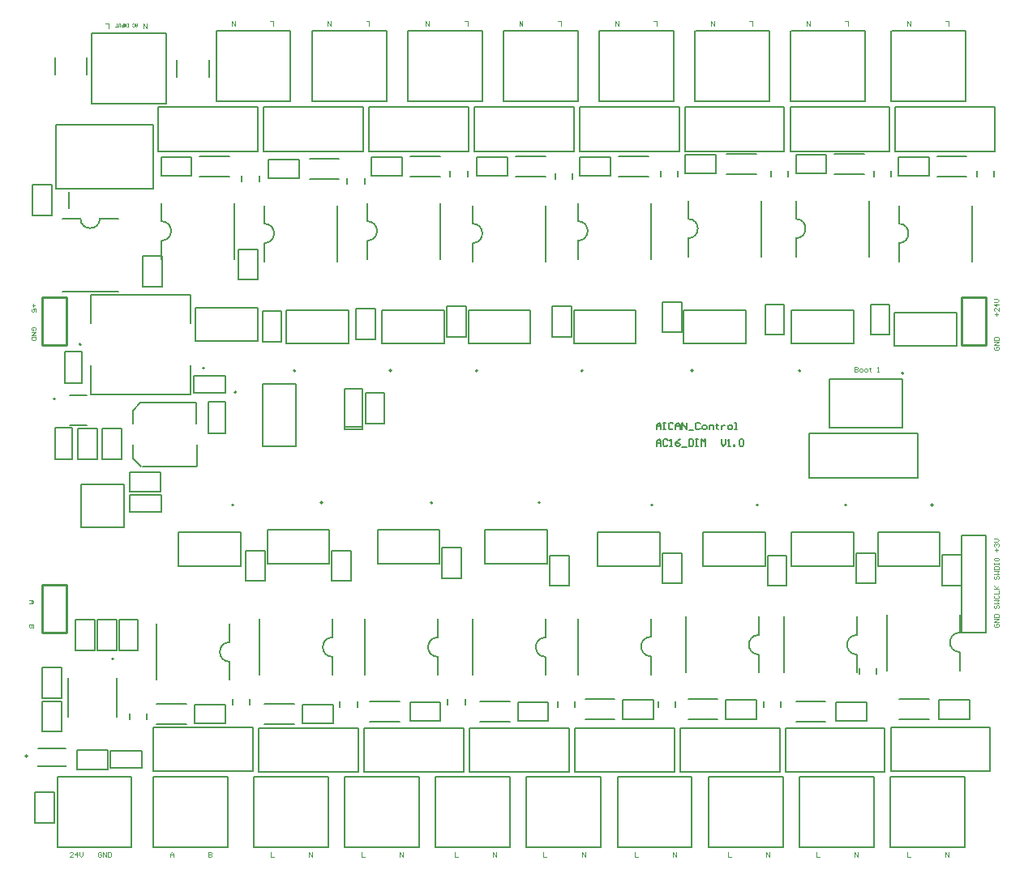
<source format=gto>
G04*
G04 #@! TF.GenerationSoftware,Altium Limited,Altium Designer,22.7.1 (60)*
G04*
G04 Layer_Color=65535*
%FSLAX44Y44*%
%MOMM*%
G71*
G04*
G04 #@! TF.SameCoordinates,58864457-2C57-4B72-ACF9-2A768CBF14AA*
G04*
G04*
G04 #@! TF.FilePolarity,Positive*
G04*
G01*
G75*
%ADD10C,0.2000*%
%ADD11C,0.1524*%
%ADD12C,0.1270*%
%ADD13C,0.2540*%
%ADD14C,0.1500*%
%ADD15C,0.0700*%
%ADD16C,0.1000*%
D10*
X102082Y210386D02*
G03*
X102082Y210386I-1000J0D01*
G01*
X665000Y371000D02*
G03*
X665000Y371000I-1000J0D01*
G01*
X392000Y511500D02*
G03*
X392000Y511500I-1000J0D01*
G01*
X775000Y371000D02*
G03*
X775000Y371000I-1000J0D01*
G01*
X482000Y511500D02*
G03*
X482000Y511500I-1000J0D01*
G01*
X227500Y371000D02*
G03*
X227500Y371000I-1000J0D01*
G01*
X867500D02*
G03*
X867500Y371000I-1000J0D01*
G01*
X592000Y511500D02*
G03*
X592000Y511500I-1000J0D01*
G01*
X320000Y373500D02*
G03*
X320000Y373500I-1000J0D01*
G01*
X707000Y511500D02*
G03*
X707000Y511500I-1000J0D01*
G01*
X957500Y371000D02*
G03*
X957500Y371000I-1000J0D01*
G01*
X819500Y511500D02*
G03*
X819500Y511500I-1000J0D01*
G01*
X197000Y514000D02*
G03*
X197000Y514000I-1000J0D01*
G01*
X435000Y373500D02*
G03*
X435000Y373500I-1000J0D01*
G01*
X547500D02*
G03*
X547500Y373500I-1000J0D01*
G01*
X292000Y511500D02*
G03*
X292000Y511500I-1000J0D01*
G01*
X927000Y509000D02*
G03*
X927000Y509000I-1000J0D01*
G01*
X11830Y108516D02*
G03*
X11830Y108516I-1000J0D01*
G01*
X41000Y482000D02*
G03*
X41000Y482000I-1000J0D01*
G01*
X68000Y539000D02*
G03*
X68000Y539000I-1000J0D01*
G01*
X230000Y489000D02*
G03*
X230000Y489000I-1000J0D01*
G01*
X17500Y674000D02*
Y706000D01*
Y674000D02*
X37500D01*
Y706000D01*
X17500D02*
X37500D01*
X355000Y576000D02*
X375000D01*
Y544000D02*
Y576000D01*
X355000Y544000D02*
X375000D01*
X355000D02*
Y576000D01*
X403500Y715000D02*
Y735000D01*
X371500Y715000D02*
X403500D01*
X371500D02*
Y735000D01*
X403500D01*
X675000Y289000D02*
X695000D01*
X675000D02*
Y321000D01*
X695000D01*
Y289000D02*
Y321000D01*
X132500Y599000D02*
X152500D01*
X132500D02*
Y631000D01*
X152500D01*
Y599000D02*
Y631000D01*
X634000Y147500D02*
Y167500D01*
X666000D01*
Y147500D02*
Y167500D01*
X634000Y147500D02*
X666000D01*
X55750Y681000D02*
Y698000D01*
X41500Y701500D02*
X143500D01*
Y768500D01*
X41500D02*
X143500D01*
X41500Y701500D02*
Y768500D01*
X741500Y147500D02*
Y167500D01*
X773500D01*
Y147500D02*
Y167500D01*
X741500Y147500D02*
X773500D01*
X513500Y715000D02*
Y735000D01*
X481500Y715000D02*
X513500D01*
X481500D02*
Y735000D01*
X513500D01*
X785000Y286500D02*
X805000D01*
X785000D02*
Y318500D01*
X805000D01*
Y286500D02*
Y318500D01*
X186500Y142500D02*
Y162500D01*
X218500D01*
Y142500D02*
Y162500D01*
X186500Y142500D02*
X218500D01*
X450000Y578500D02*
X470000D01*
Y546500D02*
Y578500D01*
X450000Y546500D02*
X470000D01*
X450000D02*
Y578500D01*
X856500Y145000D02*
Y165000D01*
X888500D01*
Y145000D02*
Y165000D01*
X856500Y145000D02*
X888500D01*
X620500Y715000D02*
Y735000D01*
X588500Y715000D02*
X620500D01*
X588500D02*
Y735000D01*
X620500D01*
X299000Y142500D02*
Y162500D01*
X331000D01*
Y142500D02*
Y162500D01*
X299000Y142500D02*
X331000D01*
X240000Y291500D02*
X260000D01*
X240000D02*
Y323500D01*
X260000D01*
Y291500D02*
Y323500D01*
X731000Y717500D02*
Y737500D01*
X699000Y717500D02*
X731000D01*
X699000D02*
Y737500D01*
X731000D01*
X877500Y289000D02*
X897500D01*
X877500D02*
Y321000D01*
X897500D01*
Y289000D02*
Y321000D01*
X964000Y147500D02*
Y167500D01*
X996000D01*
Y147500D02*
Y167500D01*
X964000Y147500D02*
X996000D01*
X560000Y578500D02*
X580000D01*
Y546500D02*
Y578500D01*
X560000Y546500D02*
X580000D01*
X560000D02*
Y578500D01*
X411500Y145000D02*
Y165000D01*
X443500D01*
Y145000D02*
Y165000D01*
X411500Y145000D02*
X443500D01*
X183500Y715000D02*
Y735000D01*
X151500Y715000D02*
X183500D01*
X151500D02*
Y735000D01*
X183500D01*
X846500Y717500D02*
Y737500D01*
X814500Y717500D02*
X846500D01*
X814500D02*
Y737500D01*
X846500D01*
X524000Y145000D02*
Y165000D01*
X556000D01*
Y145000D02*
Y165000D01*
X524000Y145000D02*
X556000D01*
X330000Y291500D02*
X350000D01*
X330000D02*
Y323500D01*
X350000D01*
Y291500D02*
Y323500D01*
X675000Y583500D02*
X695000D01*
Y551500D02*
Y583500D01*
X675000Y551500D02*
X695000D01*
X675000D02*
Y583500D01*
X295500Y712500D02*
Y732500D01*
X263500Y712500D02*
X295500D01*
X263500D02*
Y732500D01*
X295500D01*
X953500Y715000D02*
Y735000D01*
X921500Y715000D02*
X953500D01*
X921500D02*
Y735000D01*
X953500D01*
X967500Y287000D02*
X987500D01*
X967500D02*
Y319000D01*
X987500D01*
Y287000D02*
Y319000D01*
X782500Y581000D02*
X802500D01*
Y549000D02*
Y581000D01*
X782500Y549000D02*
X802500D01*
X782500D02*
Y581000D01*
X232500Y638500D02*
X252500D01*
Y606500D02*
Y638500D01*
X232500Y606500D02*
X252500D01*
X232500D02*
Y638500D01*
X445000Y294500D02*
X465000D01*
X445000D02*
Y326500D01*
X465000D01*
Y294500D02*
Y326500D01*
X557500Y286500D02*
X577500D01*
X557500D02*
Y318500D01*
X577500D01*
Y286500D02*
Y318500D01*
X257500Y573500D02*
X277500D01*
Y541500D02*
Y573500D01*
X257500Y541500D02*
X277500D01*
X257500D02*
Y573500D01*
X892500Y581000D02*
X912500D01*
Y549000D02*
Y581000D01*
X892500Y549000D02*
X912500D01*
X892500D02*
Y581000D01*
X361500Y450000D02*
Y452750D01*
X343250Y450000D02*
Y452750D01*
Y450000D02*
X361500D01*
X343250Y452750D02*
Y492250D01*
X361500D01*
Y452750D02*
Y492250D01*
X343250Y452750D02*
X361500D01*
X365000Y456500D02*
X385000D01*
X365000D02*
Y488500D01*
X385000D01*
Y456500D02*
Y488500D01*
X20000Y71000D02*
X40000D01*
Y39000D02*
Y71000D01*
X20000Y39000D02*
X40000D01*
X20000D02*
Y71000D01*
X51110Y498490D02*
X68890D01*
X51110D02*
Y531510D01*
X68890D01*
Y498490D02*
Y531510D01*
X78000Y561000D02*
Y591000D01*
X182000D01*
Y561000D02*
Y591000D01*
X78000Y487000D02*
Y517000D01*
Y487000D02*
X182000D01*
Y517000D01*
X828000Y399000D02*
X942000D01*
Y446000D01*
X828000D02*
X942000D01*
X828000Y399000D02*
Y446000D01*
X41110Y451510D02*
X58890D01*
Y418490D02*
Y451510D01*
X41110Y418490D02*
X58890D01*
X41110D02*
Y451510D01*
X90000Y451000D02*
X110000D01*
Y419000D02*
Y451000D01*
X90000Y419000D02*
X110000D01*
X90000D02*
Y451000D01*
X132000Y478000D02*
X188000D01*
Y456000D02*
Y478000D01*
X189000Y412000D02*
X189000Y434000D01*
X188000Y411000D02*
X189000Y412000D01*
X132000Y411000D02*
X188000D01*
X122000Y420000D02*
X131000Y411000D01*
X122000Y470000D02*
X130000Y478000D01*
X132000D01*
X122000Y456000D02*
Y470000D01*
Y420000D02*
Y434000D01*
X65000Y451000D02*
X85000D01*
Y419000D02*
Y451000D01*
X65000Y419000D02*
X85000D01*
X65000D02*
Y451000D01*
X185990Y488610D02*
Y506390D01*
X219010Y506390D01*
Y488610D02*
Y506390D01*
X185990Y488610D02*
X219010Y488610D01*
X201110Y479010D02*
X218890D01*
X218890Y445990D02*
X218890Y479010D01*
X201110Y445990D02*
X218890D01*
X201110Y479010D02*
X201110Y445990D01*
X27500Y169000D02*
X47500D01*
X27500D02*
Y201000D01*
X47500D01*
Y169000D02*
Y201000D01*
X107500Y219000D02*
X127500D01*
X107500D02*
Y251000D01*
X127500D01*
Y219000D02*
Y251000D01*
X85000Y219000D02*
X105000D01*
X85000D02*
Y251000D01*
X105000D01*
Y219000D02*
Y251000D01*
X62500Y219000D02*
X82500D01*
X62500D02*
Y251000D01*
X82500D01*
Y219000D02*
Y251000D01*
X131510Y96110D02*
Y113890D01*
X98490Y96110D02*
X131510D01*
X98490D02*
Y113890D01*
X131510D01*
X67750Y347750D02*
Y392500D01*
X112500D01*
Y347500D02*
Y392500D01*
X112250Y347750D02*
X112500Y347500D01*
X67750Y347750D02*
X112250D01*
X27500Y166000D02*
X47500D01*
Y134000D02*
Y166000D01*
X27500Y134000D02*
X47500D01*
X27500D02*
Y166000D01*
X849400Y471150D02*
Y502900D01*
Y452100D02*
Y483850D01*
Y452100D02*
X925600D01*
Y502900D01*
X849400D02*
X925600D01*
X96000Y95000D02*
Y115000D01*
X64000Y95000D02*
X96000D01*
X64000D02*
Y115000D01*
X96000D01*
X151510Y363610D02*
Y381390D01*
X118490Y363610D02*
X151510D01*
X118490D02*
Y381390D01*
X151510D01*
X119000Y385000D02*
Y405000D01*
X151000D01*
Y385000D02*
Y405000D01*
X119000Y385000D02*
X151000D01*
D11*
X440600Y232660D02*
G03*
X440600Y212340I0J-10160D01*
G01*
X366900Y647340D02*
G03*
X366900Y667660I0J10160D01*
G01*
X663100Y233260D02*
G03*
X663100Y212940I0J-10160D01*
G01*
X67340Y670600D02*
G03*
X87660Y670600I10160J0D01*
G01*
X775600Y235160D02*
G03*
X775600Y214840I0J-10160D01*
G01*
X476900Y644840D02*
G03*
X476900Y665160I0J10160D01*
G01*
X223100Y227660D02*
G03*
X223100Y207340I0J-10160D01*
G01*
X878100Y235160D02*
G03*
X878100Y214840I0J-10160D01*
G01*
X586900Y647340D02*
G03*
X586900Y667660I0J10160D01*
G01*
X330600Y232660D02*
G03*
X330600Y212340I0J-10160D01*
G01*
X701900Y649840D02*
G03*
X701900Y670160I0J10160D01*
G01*
X985600Y237660D02*
G03*
X985600Y217340I0J-10160D01*
G01*
X151900Y647340D02*
G03*
X151900Y667660I0J10160D01*
G01*
X814400Y649840D02*
G03*
X814400Y670160I0J10160D01*
G01*
X553100Y232660D02*
G03*
X553100Y212340I0J-10160D01*
G01*
X259400Y644840D02*
G03*
X259400Y665160I0J10160D01*
G01*
X921900Y644840D02*
G03*
X921900Y665160I0J10160D01*
G01*
X364400Y193290D02*
Y251710D01*
X440600Y193290D02*
Y212340D01*
Y232660D02*
Y251710D01*
X366900Y628290D02*
Y647340D01*
Y667660D02*
Y686710D01*
X443100Y628290D02*
Y686710D01*
X586900Y193890D02*
Y252310D01*
X663100Y193890D02*
Y212940D01*
Y233260D02*
Y252310D01*
X48290Y670600D02*
X67340D01*
X87660D02*
X106710D01*
X48290Y594400D02*
X106710D01*
X699400Y195790D02*
Y254210D01*
X775600Y195790D02*
Y214840D01*
Y235160D02*
Y254210D01*
X476900Y625790D02*
Y644840D01*
Y665160D02*
Y684210D01*
X553100Y625790D02*
Y684210D01*
X146900Y188290D02*
Y246710D01*
X223100Y188290D02*
Y207340D01*
Y227660D02*
Y246710D01*
X878100Y235160D02*
Y254210D01*
Y195790D02*
Y214840D01*
X801900Y195790D02*
Y254210D01*
X663100Y628290D02*
Y686710D01*
X586900Y667660D02*
Y686710D01*
Y628290D02*
Y647340D01*
X330600Y232660D02*
Y251710D01*
Y193290D02*
Y212340D01*
X254400Y193290D02*
Y251710D01*
X778100Y630790D02*
Y689210D01*
X701900Y670160D02*
Y689210D01*
Y630790D02*
Y649840D01*
X985600Y237660D02*
Y256710D01*
Y198290D02*
Y217340D01*
X909400Y198290D02*
Y256710D01*
X151900Y628290D02*
Y647340D01*
Y667660D02*
Y686710D01*
X228100Y628290D02*
Y686710D01*
X890600Y630790D02*
Y689210D01*
X814400Y670160D02*
Y689210D01*
Y630790D02*
Y649840D01*
X553100Y232660D02*
Y251710D01*
Y193290D02*
Y212340D01*
X476900Y193290D02*
Y251710D01*
X335600Y625790D02*
Y684210D01*
X259400Y665160D02*
Y684210D01*
Y625790D02*
Y644840D01*
X921900Y625790D02*
Y644840D01*
Y665160D02*
Y684210D01*
X998100Y625790D02*
Y684210D01*
D12*
X54750Y150000D02*
Y190000D01*
X105250Y150000D02*
Y190000D01*
X672500Y307500D02*
Y342500D01*
X607500Y307500D02*
X672500D01*
X607500D02*
Y342500D01*
X672500D01*
X854500Y738150D02*
X885500D01*
X854500Y716850D02*
X885500D01*
X192000Y735650D02*
X223000D01*
X192000Y714350D02*
X223000D01*
X369500Y144350D02*
X400500D01*
X369500Y165650D02*
X400500D01*
X484500Y144350D02*
X515500D01*
X484500Y165650D02*
X515500D01*
X962000Y735650D02*
X993000D01*
X962000Y714350D02*
X993000D01*
X306650Y733150D02*
X337650D01*
X306650Y711850D02*
X337650D01*
X922400Y146850D02*
X953400D01*
X922400Y168150D02*
X953400D01*
X742000Y738150D02*
X773000D01*
X742000Y716850D02*
X773000D01*
X629500Y735650D02*
X660500D01*
X629500Y714350D02*
X660500D01*
X814500Y144350D02*
X845500D01*
X814500Y165650D02*
X845500D01*
X522000Y735650D02*
X553000D01*
X522000Y714350D02*
X553000D01*
X702000Y146850D02*
X733000D01*
X702000Y168150D02*
X733000D01*
X594500Y146850D02*
X625500D01*
X594500Y168150D02*
X625500D01*
X412000Y735650D02*
X443000D01*
X412000Y714350D02*
X443000D01*
X259500Y141850D02*
X290500D01*
X259500Y163150D02*
X290500D01*
X147000Y141850D02*
X178000D01*
X147000Y163150D02*
X178000D01*
X168200Y818500D02*
Y836500D01*
X201800Y818500D02*
Y836500D01*
X1021500Y714600D02*
Y720400D01*
X1003500Y714600D02*
Y720400D01*
X364000Y707100D02*
Y712900D01*
X346000Y707100D02*
Y712900D01*
X451000Y162100D02*
Y167900D01*
X469000Y162100D02*
Y167900D01*
X914000Y714600D02*
Y720400D01*
X896000Y714600D02*
Y720400D01*
X254000Y709600D02*
Y715400D01*
X236000Y709600D02*
Y715400D01*
X338500Y159600D02*
Y165400D01*
X356500Y159600D02*
Y165400D01*
X881000Y194600D02*
Y200400D01*
X899000Y194600D02*
Y200400D01*
X806500Y714600D02*
Y720400D01*
X788500Y714600D02*
Y720400D01*
X226000Y162100D02*
Y167900D01*
X244000Y162100D02*
Y167900D01*
X691500Y714600D02*
Y720400D01*
X673500Y714600D02*
Y720400D01*
X781000Y159600D02*
Y165400D01*
X799000Y159600D02*
Y165400D01*
X118500Y147100D02*
Y152900D01*
X136500Y147100D02*
Y152900D01*
X581500Y712100D02*
Y717900D01*
X563500Y712100D02*
Y717900D01*
X671000Y159600D02*
Y165400D01*
X689000Y159600D02*
Y165400D01*
X566000Y159600D02*
Y165400D01*
X584000Y159600D02*
Y165400D01*
X471500Y714600D02*
Y720400D01*
X453500Y714600D02*
Y720400D01*
X368500Y741000D02*
Y787000D01*
X472500D01*
X472500Y741000D01*
X368500D02*
X472500D01*
X583500Y138000D02*
X687500D01*
X583500D02*
X583500Y92000D01*
X687500D01*
Y138000D01*
X797500Y92000D02*
Y138000D01*
X693500Y92000D02*
X797500D01*
X693500Y138000D02*
X693500Y92000D01*
X693500Y138000D02*
X797500D01*
X478500Y741000D02*
X582500D01*
X582500Y787000D02*
X582500Y741000D01*
X478500Y787000D02*
X582500D01*
X478500Y741000D02*
Y787000D01*
X247500Y93000D02*
Y139000D01*
X143500Y93000D02*
X247500D01*
X143500D02*
Y139000D01*
X247500D01*
X803500Y138000D02*
X907500D01*
X803500D02*
X803500Y92000D01*
X907500D01*
Y138000D01*
X588500Y741000D02*
Y787000D01*
X692500D01*
X692500Y741000D01*
X588500D02*
X692500D01*
X253500Y138000D02*
X357500D01*
X253500Y92000D02*
Y138000D01*
Y92000D02*
X357500D01*
Y138000D01*
X698500Y741000D02*
Y787000D01*
X802500D01*
X802500Y741000D01*
X698500D02*
X802500D01*
X913500Y139000D02*
X1017500D01*
X913500D02*
X913500Y93000D01*
X1017500D01*
Y139000D01*
X467500Y92000D02*
Y138000D01*
X363500Y92000D02*
X467500D01*
X363500D02*
Y138000D01*
X467500D01*
X148500Y741000D02*
X252500D01*
X252500Y787000D02*
X252500Y741000D01*
X148500Y787000D02*
X252500D01*
X148500Y741000D02*
Y787000D01*
X808500Y741000D02*
Y787000D01*
X912500D01*
X912500Y741000D01*
X808500D02*
X912500D01*
X473500Y138000D02*
X577500D01*
X473500Y92000D02*
Y138000D01*
Y92000D02*
X577500D01*
Y138000D01*
X258500Y741000D02*
Y787000D01*
X362500D01*
X362500Y741000D01*
X258500D02*
X362500D01*
X918500D02*
X1022500D01*
X1022500Y787000D02*
X1022500Y741000D01*
X918500Y787000D02*
X1022500D01*
X918500Y741000D02*
Y787000D01*
X74300Y821000D02*
Y839000D01*
X40700Y821000D02*
Y839000D01*
X382500Y540000D02*
X447500D01*
Y575000D01*
X382500D02*
X447500D01*
X382500Y540000D02*
Y575000D01*
X717500Y342500D02*
X782500D01*
X717500Y307500D02*
Y342500D01*
Y307500D02*
X782500D01*
Y342500D01*
X472500Y540000D02*
X537500D01*
Y575000D01*
X472500D02*
X537500D01*
X472500Y540000D02*
Y575000D01*
X170000Y342500D02*
X235000D01*
X170000Y307500D02*
Y342500D01*
Y307500D02*
X235000D01*
Y342500D01*
X810000D02*
X875000D01*
X810000Y307500D02*
Y342500D01*
Y307500D02*
X875000D01*
Y342500D01*
X582500Y540000D02*
X647500D01*
Y575000D01*
X582500D02*
X647500D01*
X582500Y540000D02*
Y575000D01*
X262500Y345000D02*
X327500D01*
X262500Y310000D02*
Y345000D01*
Y310000D02*
X327500D01*
Y345000D01*
X697500Y540000D02*
X762500D01*
Y575000D01*
X697500D02*
X762500D01*
X697500Y540000D02*
Y575000D01*
X900000Y342500D02*
X965000D01*
X900000Y307500D02*
Y342500D01*
Y307500D02*
X965000D01*
Y342500D01*
X810000Y540000D02*
X875000D01*
Y575000D01*
X810000D02*
X875000D01*
X810000Y540000D02*
Y575000D01*
X187500Y542500D02*
X252500D01*
Y577500D01*
X187500D02*
X252500D01*
X187500Y542500D02*
Y577500D01*
X377500Y345000D02*
X442500D01*
X377500Y310000D02*
Y345000D01*
Y310000D02*
X442500D01*
Y345000D01*
X490000D02*
X555000D01*
X490000Y310000D02*
Y345000D01*
Y310000D02*
X555000D01*
Y345000D01*
X282500Y540000D02*
X347500D01*
Y575000D01*
X282500D02*
X347500D01*
X282500Y540000D02*
Y575000D01*
X917500Y537500D02*
X982500D01*
Y572500D01*
X917500D02*
X982500D01*
X917500Y537500D02*
Y572500D01*
X23250Y117000D02*
X51750D01*
X23250Y98000D02*
X51750D01*
X51750Y98450D02*
X51750Y98000D01*
X51750Y116550D02*
X51750Y117000D01*
X23250Y98000D02*
X23250Y98450D01*
X23250Y117000D02*
X23250Y116550D01*
X56200Y454360D02*
X73800D01*
X56200Y485640D02*
X73800D01*
X257500Y432500D02*
Y497500D01*
Y432500D02*
X292500D01*
Y497500D01*
X257500D02*
X292500D01*
D13*
X27300Y287400D02*
X52700D01*
X27300Y237400D02*
Y287400D01*
X52700Y237400D02*
Y287400D01*
X27300Y237400D02*
X52700D01*
X987300Y588000D02*
X1012700D01*
X987300Y538000D02*
Y588000D01*
X1012700Y538000D02*
Y588000D01*
X987300Y538000D02*
X1012700D01*
X27300Y588000D02*
X52700D01*
X27300Y538000D02*
Y588000D01*
X52700Y538000D02*
Y588000D01*
X27300Y538000D02*
X52700D01*
D14*
X115076Y863896D02*
X156844D01*
Y790924D02*
Y863896D01*
X79120Y790924D02*
Y864076D01*
Y790924D02*
X156844D01*
X79374Y864150D02*
X115076Y863896D01*
X950128Y866396D02*
X991896D01*
Y793424D02*
Y866396D01*
X914172Y793424D02*
Y866576D01*
Y793424D02*
X991896D01*
X914426Y866650D02*
X950128Y866396D01*
X409426Y866650D02*
X445128Y866396D01*
X409172Y793424D02*
X486896D01*
X409172D02*
Y866576D01*
X486896Y793424D02*
Y866396D01*
X445128D02*
X486896D01*
X669924Y13604D02*
X705626Y13350D01*
X628156Y86576D02*
X705880D01*
Y13424D02*
Y86576D01*
X628156Y13604D02*
Y86576D01*
Y13604D02*
X669924D01*
X764924D02*
X800626Y13350D01*
X723156Y86576D02*
X800880D01*
Y13424D02*
Y86576D01*
X723156Y13604D02*
Y86576D01*
Y13604D02*
X764924D01*
X509426Y866650D02*
X545128Y866396D01*
X509172Y793424D02*
X586896D01*
X509172D02*
Y866576D01*
X586896Y793424D02*
Y866396D01*
X545128D02*
X586896D01*
X289924Y13604D02*
X325626Y13350D01*
X248156Y86576D02*
X325880D01*
Y13424D02*
Y86576D01*
X248156Y13604D02*
Y86576D01*
Y13604D02*
X289924D01*
X859924D02*
X895626Y13350D01*
X818156Y86576D02*
X895880D01*
Y13424D02*
Y86576D01*
X818156Y13604D02*
Y86576D01*
Y13604D02*
X859924D01*
X609426Y866650D02*
X645128Y866396D01*
X609172Y793424D02*
X686896D01*
X609172D02*
Y866576D01*
X686896Y793424D02*
Y866396D01*
X645128D02*
X686896D01*
X384924Y13604D02*
X420626Y13350D01*
X343156Y86576D02*
X420880D01*
Y13424D02*
Y86576D01*
X343156Y13604D02*
Y86576D01*
Y13604D02*
X384924D01*
X709426Y866650D02*
X745128Y866396D01*
X709172Y793424D02*
X786896D01*
X709172D02*
Y866576D01*
X786896Y793424D02*
Y866396D01*
X745128D02*
X786896D01*
X954924Y13604D02*
X990626Y13350D01*
X913156Y86576D02*
X990880D01*
Y13424D02*
Y86576D01*
X913156Y13604D02*
Y86576D01*
Y13604D02*
X954924D01*
X809426Y866650D02*
X845128Y866396D01*
X809172Y793424D02*
X886896D01*
X809172D02*
Y866576D01*
X886896Y793424D02*
Y866396D01*
X845128D02*
X886896D01*
X209426Y866650D02*
X245128Y866396D01*
X209172Y793424D02*
X286896D01*
X209172D02*
Y866576D01*
X286896Y793424D02*
Y866396D01*
X245128D02*
X286896D01*
X479924Y13604D02*
X515626Y13350D01*
X438156Y86576D02*
X515880D01*
Y13424D02*
Y86576D01*
X438156Y13604D02*
Y86576D01*
Y13604D02*
X479924D01*
X574924D02*
X610626Y13350D01*
X533156Y86576D02*
X610880D01*
Y13424D02*
Y86576D01*
X533156Y13604D02*
Y86576D01*
Y13604D02*
X574924D01*
X309426Y866650D02*
X345128Y866396D01*
X309172Y793424D02*
X386896D01*
X309172D02*
Y866576D01*
X386896Y793424D02*
Y866396D01*
X345128D02*
X386896D01*
X84924Y13604D02*
X120626Y13350D01*
X43156Y86576D02*
X120880D01*
Y13424D02*
Y86576D01*
X43156Y13604D02*
Y86576D01*
Y13604D02*
X84924D01*
X987300Y237300D02*
X1012700D01*
Y338900D01*
X987300Y237300D02*
Y338900D01*
X1012700D01*
X184924Y13604D02*
X220626Y13350D01*
X143156Y86576D02*
X220880D01*
Y13424D02*
Y86576D01*
X143156Y13604D02*
Y86576D01*
Y13604D02*
X184924D01*
X669000Y432666D02*
Y437331D01*
X671333Y439664D01*
X673665Y437331D01*
Y432666D01*
Y436165D01*
X669000D01*
X680663Y438498D02*
X679497Y439664D01*
X677164D01*
X675998Y438498D01*
Y433833D01*
X677164Y432666D01*
X679497D01*
X680663Y433833D01*
X682996Y432666D02*
X685328D01*
X684162D01*
Y439664D01*
X682996Y438498D01*
X693492Y439664D02*
X691160Y438498D01*
X688827Y436165D01*
Y433833D01*
X689993Y432666D01*
X692326D01*
X693492Y433833D01*
Y434999D01*
X692326Y436165D01*
X688827D01*
X695825Y431500D02*
X700490D01*
X702822Y439664D02*
Y432666D01*
X706321D01*
X707488Y433833D01*
Y438498D01*
X706321Y439664D01*
X702822D01*
X709820D02*
X712153D01*
X710986D01*
Y432666D01*
X709820D01*
X712153D01*
X715652D02*
Y439664D01*
X717984Y437331D01*
X720317Y439664D01*
Y432666D01*
X736645Y439664D02*
Y434999D01*
X738978Y432666D01*
X741310Y434999D01*
Y439664D01*
X743643Y432666D02*
X745975D01*
X744809D01*
Y439664D01*
X743643Y438498D01*
X749474Y432666D02*
Y433833D01*
X750640D01*
Y432666D01*
X749474D01*
X755306Y438498D02*
X756472Y439664D01*
X758804D01*
X759971Y438498D01*
Y433833D01*
X758804Y432666D01*
X756472D01*
X755306Y433833D01*
Y438498D01*
X669000Y450166D02*
Y454831D01*
X671333Y457164D01*
X673665Y454831D01*
Y450166D01*
Y453665D01*
X669000D01*
X675998Y457164D02*
X678330D01*
X677164D01*
Y450166D01*
X675998D01*
X678330D01*
X686494Y455998D02*
X685328Y457164D01*
X682996D01*
X681829Y455998D01*
Y451333D01*
X682996Y450166D01*
X685328D01*
X686494Y451333D01*
X688827Y450166D02*
Y454831D01*
X691160Y457164D01*
X693492Y454831D01*
Y450166D01*
Y453665D01*
X688827D01*
X695825Y450166D02*
Y457164D01*
X700490Y450166D01*
Y457164D01*
X702822Y449000D02*
X707488D01*
X714485Y455998D02*
X713319Y457164D01*
X710986D01*
X709820Y455998D01*
Y451333D01*
X710986Y450166D01*
X713319D01*
X714485Y451333D01*
X717984Y450166D02*
X720317D01*
X721483Y451333D01*
Y453665D01*
X720317Y454831D01*
X717984D01*
X716818Y453665D01*
Y451333D01*
X717984Y450166D01*
X723816D02*
Y454831D01*
X727315D01*
X728481Y453665D01*
Y450166D01*
X731980Y455998D02*
Y454831D01*
X730813D01*
X733146D01*
X731980D01*
Y451333D01*
X733146Y450166D01*
X736645Y454831D02*
Y450166D01*
Y452499D01*
X737811Y453665D01*
X738978Y454831D01*
X740144D01*
X744809Y450166D02*
X747141D01*
X748308Y451333D01*
Y453665D01*
X747141Y454831D01*
X744809D01*
X743643Y453665D01*
Y451333D01*
X744809Y450166D01*
X750640D02*
X752973D01*
X751807D01*
Y457164D01*
X750640D01*
D15*
X875700Y515698D02*
Y510700D01*
X878199D01*
X879032Y511533D01*
Y512366D01*
X878199Y513199D01*
X875700D01*
X878199D01*
X879032Y514032D01*
Y514865D01*
X878199Y515698D01*
X875700D01*
X881531Y510700D02*
X883197D01*
X884031Y511533D01*
Y513199D01*
X883197Y514032D01*
X881531D01*
X880698Y513199D01*
Y511533D01*
X881531Y510700D01*
X886530D02*
X888196D01*
X889029Y511533D01*
Y513199D01*
X888196Y514032D01*
X886530D01*
X885697Y513199D01*
Y511533D01*
X886530Y510700D01*
X891528Y514865D02*
Y514032D01*
X890695D01*
X892361D01*
X891528D01*
Y511533D01*
X892361Y510700D01*
X899859D02*
X901525D01*
X900692D01*
Y515698D01*
X899859Y514865D01*
D16*
X1022335Y246832D02*
X1021502Y245999D01*
Y244333D01*
X1022335Y243500D01*
X1025667D01*
X1026500Y244333D01*
Y245999D01*
X1025667Y246832D01*
X1024001D01*
Y245166D01*
X1026500Y248498D02*
X1021502D01*
X1026500Y251831D01*
X1021502D01*
Y253497D02*
X1026500D01*
Y255996D01*
X1025667Y256829D01*
X1022335D01*
X1021502Y255996D01*
Y253497D01*
X1022335Y266826D02*
X1021502Y265993D01*
Y264326D01*
X1022335Y263493D01*
X1023168D01*
X1024001Y264326D01*
Y265993D01*
X1024834Y266826D01*
X1025667D01*
X1026500Y265993D01*
Y264326D01*
X1025667Y263493D01*
X1021502Y268492D02*
X1026500D01*
X1024834Y270158D01*
X1026500Y271824D01*
X1021502D01*
X1022335Y276822D02*
X1021502Y275989D01*
Y274323D01*
X1022335Y273490D01*
X1025667D01*
X1026500Y274323D01*
Y275989D01*
X1025667Y276822D01*
X1021502Y278489D02*
X1026500D01*
Y281821D01*
X1021502Y283487D02*
X1026500D01*
X1024834D01*
X1021502Y286819D01*
X1024001Y284320D01*
X1026500Y286819D01*
X1022335Y296816D02*
X1021502Y295983D01*
Y294317D01*
X1022335Y293484D01*
X1023168D01*
X1024001Y294317D01*
Y295983D01*
X1024834Y296816D01*
X1025667D01*
X1026500Y295983D01*
Y294317D01*
X1025667Y293484D01*
X1021502Y298482D02*
X1026500D01*
X1024834Y300148D01*
X1026500Y301814D01*
X1021502D01*
Y303480D02*
X1026500D01*
Y305980D01*
X1025667Y306813D01*
X1022335D01*
X1021502Y305980D01*
Y303480D01*
Y308479D02*
Y310145D01*
Y309312D01*
X1026500D01*
Y308479D01*
Y310145D01*
X1021502Y315143D02*
Y313477D01*
X1022335Y312644D01*
X1025667D01*
X1026500Y313477D01*
Y315143D01*
X1025667Y315976D01*
X1022335D01*
X1021502Y315143D01*
X1024001Y322641D02*
Y325973D01*
X1022335Y324307D02*
X1025667D01*
X1022335Y327639D02*
X1021502Y328472D01*
Y330138D01*
X1022335Y330971D01*
X1023168D01*
X1024001Y330138D01*
Y329305D01*
Y330138D01*
X1024834Y330971D01*
X1025667D01*
X1026500Y330138D01*
Y328472D01*
X1025667Y327639D01*
X1021502Y332637D02*
X1024834D01*
X1026500Y334304D01*
X1024834Y335970D01*
X1021502D01*
X1022335Y536832D02*
X1021502Y535999D01*
Y534333D01*
X1022335Y533500D01*
X1025667D01*
X1026500Y534333D01*
Y535999D01*
X1025667Y536832D01*
X1024001D01*
Y535166D01*
X1026500Y538498D02*
X1021502D01*
X1026500Y541831D01*
X1021502D01*
Y543497D02*
X1026500D01*
Y545996D01*
X1025667Y546829D01*
X1022335D01*
X1021502Y545996D01*
Y543497D01*
X1024001Y568489D02*
Y571821D01*
X1022335Y570155D02*
X1025667D01*
X1026500Y576819D02*
Y573487D01*
X1023168Y576819D01*
X1022335D01*
X1021502Y575986D01*
Y574320D01*
X1022335Y573487D01*
X1026500Y580984D02*
X1021502D01*
X1024001Y578485D01*
Y581818D01*
X1021502Y583484D02*
X1024834D01*
X1026500Y585150D01*
X1024834Y586816D01*
X1021502D01*
X13500Y271500D02*
X16832D01*
X18498Y269834D01*
X16832Y268168D01*
X13500D01*
X15999D01*
Y271500D01*
X18498Y246508D02*
X13500D01*
Y244009D01*
X14333Y243176D01*
X15166D01*
X15999Y244009D01*
Y246508D01*
Y244009D01*
X16832Y243176D01*
X17665D01*
X18498Y244009D01*
Y246508D01*
X18499Y581500D02*
Y578168D01*
X20165Y579834D02*
X16833D01*
X20998Y573169D02*
Y576502D01*
X18499D01*
X19332Y574836D01*
Y574002D01*
X18499Y573169D01*
X16833D01*
X16000Y574002D01*
Y575669D01*
X16833Y576502D01*
X20165Y553176D02*
X20998Y554009D01*
Y555675D01*
X20165Y556508D01*
X16833D01*
X16000Y555675D01*
Y554009D01*
X16833Y553176D01*
X18499D01*
Y554842D01*
X16000Y551510D02*
X20998D01*
X16000Y548178D01*
X20998D01*
Y546511D02*
X16000D01*
Y544012D01*
X16833Y543179D01*
X20165D01*
X20998Y544012D01*
Y546511D01*
X126500Y874000D02*
Y872001D01*
X125500Y871001D01*
X124501Y872001D01*
Y874000D01*
Y872500D01*
X126500D01*
X121502Y871501D02*
X122001Y871001D01*
X123001D01*
X123501Y871501D01*
Y873500D01*
X123001Y874000D01*
X122001D01*
X121502Y873500D01*
X117503Y871001D02*
X116503D01*
X117003D01*
Y874000D01*
X117503D01*
X116503D01*
X115004D02*
Y871001D01*
X113004Y874000D01*
Y871001D01*
X112005Y874000D02*
Y871001D01*
X110505D01*
X110005Y871501D01*
Y872500D01*
X110505Y873000D01*
X112005D01*
X109006Y871001D02*
Y873500D01*
X108506Y874000D01*
X107506D01*
X107006Y873500D01*
Y871001D01*
X106007D02*
X104007D01*
X105007D01*
Y874000D01*
X136500D02*
Y869002D01*
X133168Y874000D01*
Y869002D01*
X96513D02*
Y874000D01*
X93181D01*
X269000Y871502D02*
Y876500D01*
X265668D01*
X229013D02*
Y871502D01*
X225681Y876500D01*
Y871502D01*
X369000D02*
Y876500D01*
X365668D01*
X329013D02*
Y871502D01*
X325681Y876500D01*
Y871502D01*
X471500D02*
Y876500D01*
X468168D01*
X431513D02*
Y871502D01*
X428181Y876500D01*
Y871502D01*
X569000D02*
Y876500D01*
X565668D01*
X529013D02*
Y871502D01*
X525681Y876500D01*
Y871502D01*
X669000D02*
Y876500D01*
X665668D01*
X629013D02*
Y871502D01*
X625681Y876500D01*
Y871502D01*
X769000D02*
Y876500D01*
X765668D01*
X729013D02*
Y871502D01*
X725681Y876500D01*
Y871502D01*
X869000D02*
Y876500D01*
X865668D01*
X829013D02*
Y871502D01*
X825681Y876500D01*
Y871502D01*
X974000D02*
Y876500D01*
X970668D01*
X934013D02*
Y871502D01*
X930681Y876500D01*
Y871502D01*
X931000Y8498D02*
Y3500D01*
X934332D01*
X970987D02*
Y8498D01*
X974319Y3500D01*
Y8498D01*
X836000D02*
Y3500D01*
X839332D01*
X875987D02*
Y8498D01*
X879319Y3500D01*
Y8498D01*
X743500D02*
Y3500D01*
X746832D01*
X783487D02*
Y8498D01*
X786819Y3500D01*
Y8498D01*
X646000D02*
Y3500D01*
X649332D01*
X685987D02*
Y8498D01*
X689319Y3500D01*
Y8498D01*
X551000D02*
Y3500D01*
X554332D01*
X590987D02*
Y8498D01*
X594319Y3500D01*
Y8498D01*
X458500D02*
Y3500D01*
X461832D01*
X498487D02*
Y8498D01*
X501819Y3500D01*
Y8498D01*
X361000D02*
Y3500D01*
X364332D01*
X400987D02*
Y8498D01*
X404319Y3500D01*
Y8498D01*
X266000D02*
Y3500D01*
X269332D01*
X305987D02*
Y8498D01*
X309319Y3500D01*
Y8498D01*
X161000Y3500D02*
Y6832D01*
X162666Y8498D01*
X164332Y6832D01*
Y3500D01*
Y5999D01*
X161000D01*
X200987Y8498D02*
Y3500D01*
X203486D01*
X204319Y4333D01*
Y5166D01*
X203486Y5999D01*
X200987D01*
X203486D01*
X204319Y6832D01*
Y7665D01*
X203486Y8498D01*
X200987D01*
X59332Y3500D02*
X56000D01*
X59332Y6832D01*
Y7665D01*
X58499Y8498D01*
X56833D01*
X56000Y7665D01*
X63498Y3500D02*
Y8498D01*
X60998Y5999D01*
X64331D01*
X65997Y8498D02*
Y5166D01*
X67663Y3500D01*
X69329Y5166D01*
Y8498D01*
X89322Y7665D02*
X88489Y8498D01*
X86823D01*
X85990Y7665D01*
Y4333D01*
X86823Y3500D01*
X88489D01*
X89322Y4333D01*
Y5999D01*
X87656D01*
X90989Y3500D02*
Y8498D01*
X94321Y3500D01*
Y8498D01*
X95987D02*
Y3500D01*
X98486D01*
X99319Y4333D01*
Y7665D01*
X98486Y8498D01*
X95987D01*
M02*

</source>
